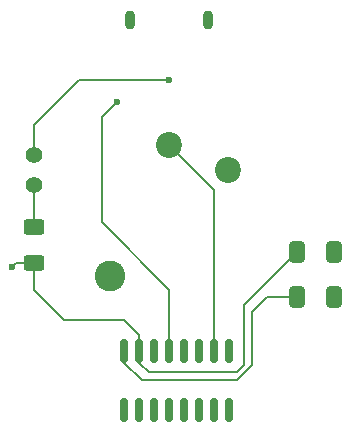
<source format=gbr>
%TF.GenerationSoftware,KiCad,Pcbnew,8.0.1*%
%TF.CreationDate,2024-11-04T22:09:11+13:00*%
%TF.ProjectId,morse_code_keyboard,6d6f7273-655f-4636-9f64-655f6b657962,rev?*%
%TF.SameCoordinates,Original*%
%TF.FileFunction,Copper,L1,Top*%
%TF.FilePolarity,Positive*%
%FSLAX46Y46*%
G04 Gerber Fmt 4.6, Leading zero omitted, Abs format (unit mm)*
G04 Created by KiCad (PCBNEW 8.0.1) date 2024-11-04 22:09:11*
%MOMM*%
%LPD*%
G01*
G04 APERTURE LIST*
G04 Aperture macros list*
%AMRoundRect*
0 Rectangle with rounded corners*
0 $1 Rounding radius*
0 $2 $3 $4 $5 $6 $7 $8 $9 X,Y pos of 4 corners*
0 Add a 4 corners polygon primitive as box body*
4,1,4,$2,$3,$4,$5,$6,$7,$8,$9,$2,$3,0*
0 Add four circle primitives for the rounded corners*
1,1,$1+$1,$2,$3*
1,1,$1+$1,$4,$5*
1,1,$1+$1,$6,$7*
1,1,$1+$1,$8,$9*
0 Add four rect primitives between the rounded corners*
20,1,$1+$1,$2,$3,$4,$5,0*
20,1,$1+$1,$4,$5,$6,$7,0*
20,1,$1+$1,$6,$7,$8,$9,0*
20,1,$1+$1,$8,$9,$2,$3,0*%
G04 Aperture macros list end*
%TA.AperFunction,ComponentPad*%
%ADD10C,2.200000*%
%TD*%
%TA.AperFunction,ComponentPad*%
%ADD11C,2.600000*%
%TD*%
%TA.AperFunction,SMDPad,CuDef*%
%ADD12RoundRect,0.150000X0.150000X-0.850000X0.150000X0.850000X-0.150000X0.850000X-0.150000X-0.850000X0*%
%TD*%
%TA.AperFunction,ComponentPad*%
%ADD13C,1.400000*%
%TD*%
%TA.AperFunction,SMDPad,CuDef*%
%ADD14RoundRect,0.250000X-0.625000X0.400000X-0.625000X-0.400000X0.625000X-0.400000X0.625000X0.400000X0*%
%TD*%
%TA.AperFunction,ComponentPad*%
%ADD15O,0.900000X1.600000*%
%TD*%
%TA.AperFunction,SMDPad,CuDef*%
%ADD16RoundRect,0.250000X-0.412500X-0.650000X0.412500X-0.650000X0.412500X0.650000X-0.412500X0.650000X0*%
%TD*%
%TA.AperFunction,ViaPad*%
%ADD17C,0.600000*%
%TD*%
%TA.AperFunction,Conductor*%
%ADD18C,0.200000*%
%TD*%
G04 APERTURE END LIST*
D10*
%TO.P,SW1,1,A*%
%TO.N,Net-(SW1A-A)*%
X140970000Y-79190000D03*
%TO.P,SW1,2,B*%
%TO.N,GND*%
X145970000Y-81290000D03*
D11*
%TO.P,SW1,*%
%TO.N,*%
X135970000Y-90240000D03*
%TD*%
D12*
%TO.P,U1,1,P3.2*%
%TO.N,unconnected-(U1-P3.2-Pad1)*%
X137160000Y-101600000D03*
%TO.P,U1,2,P1.4*%
%TO.N,unconnected-(U1-P1.4-Pad2)*%
X138430000Y-101600000D03*
%TO.P,U1,3,P1.5*%
%TO.N,unconnected-(U1-P1.5-Pad3)*%
X139700000Y-101600000D03*
%TO.P,U1,4,P1.6*%
%TO.N,unconnected-(U1-P1.6-Pad4)*%
X140970000Y-101600000D03*
%TO.P,U1,5,P1.7*%
%TO.N,unconnected-(U1-P1.7-Pad5)*%
X142240000Y-101600000D03*
%TO.P,U1,6,RST*%
%TO.N,unconnected-(U1-RST-Pad6)*%
X143510000Y-101600000D03*
%TO.P,U1,7,P3.1*%
%TO.N,unconnected-(U1-P3.1-Pad7)*%
X144780000Y-101600000D03*
%TO.P,U1,8,P3.0*%
%TO.N,unconnected-(U1-P3.0-Pad8)*%
X146050000Y-101600000D03*
%TO.P,U1,9,P1.1*%
%TO.N,unconnected-(U1-P1.1-Pad9)*%
X146050000Y-96600000D03*
%TO.P,U1,10,P3.3*%
%TO.N,Net-(SW1A-A)*%
X144780000Y-96600000D03*
%TO.P,U1,11,P3.4*%
%TO.N,unconnected-(U1-P3.4-Pad11)*%
X143510000Y-96600000D03*
%TO.P,U1,12,P3.6*%
%TO.N,udp*%
X142240000Y-96600000D03*
%TO.P,U1,13,P3.7*%
%TO.N,udm*%
X140970000Y-96600000D03*
%TO.P,U1,14,GND*%
%TO.N,GND*%
X139700000Y-96600000D03*
%TO.P,U1,15,Vcc*%
%TO.N,VCC*%
X138430000Y-96600000D03*
%TO.P,U1,16,3.3V*%
%TO.N,+3.3V*%
X137160000Y-96600000D03*
%TD*%
D13*
%TO.P,SW2,1,A*%
%TO.N,udp*%
X129540000Y-80010000D03*
%TO.P,SW2,2,B*%
%TO.N,Net-(SW2A-B)*%
X129540000Y-82550000D03*
%TD*%
D14*
%TO.P,R1,1*%
%TO.N,Net-(SW2A-B)*%
X129540000Y-86080000D03*
%TO.P,R1,2*%
%TO.N,VCC*%
X129540000Y-89180000D03*
%TD*%
D15*
%TO.P,J1,6,Shield*%
%TO.N,GND*%
X137670000Y-68580000D03*
X144270000Y-68580000D03*
%TD*%
D16*
%TO.P,C2,1*%
%TO.N,+3.3V*%
X151815000Y-92075000D03*
%TO.P,C2,2*%
%TO.N,GND*%
X154940000Y-92075000D03*
%TD*%
%TO.P,C1,1*%
%TO.N,VCC*%
X151815000Y-88265000D03*
%TO.P,C1,2*%
%TO.N,GND*%
X154940000Y-88265000D03*
%TD*%
D17*
%TO.N,VCC*%
X127635000Y-89535000D03*
%TO.N,udm*%
X136525000Y-75565000D03*
%TO.N,udp*%
X140970000Y-73660000D03*
X142240000Y-96520000D03*
%TO.N,GND*%
X154940000Y-88265000D03*
X154940000Y-92075000D03*
X139700000Y-96520000D03*
%TD*%
D18*
%TO.N,VCC*%
X127990000Y-89180000D02*
X127635000Y-89535000D01*
X129540000Y-89180000D02*
X127990000Y-89180000D01*
%TO.N,udm*%
X135255000Y-76835000D02*
X136525000Y-75565000D01*
X135255000Y-78740000D02*
X135255000Y-76835000D01*
%TO.N,udp*%
X133350000Y-73660000D02*
X140970000Y-73660000D01*
X129540000Y-77470000D02*
X133350000Y-73660000D01*
%TO.N,Net-(SW1A-A)*%
X144780000Y-83000000D02*
X144780000Y-96600000D01*
X140970000Y-79190000D02*
X144780000Y-83000000D01*
%TO.N,udm*%
X135255000Y-78740000D02*
X135255000Y-85725000D01*
X140970000Y-91440000D02*
X140970000Y-96600000D01*
X135255000Y-85725000D02*
X140970000Y-91440000D01*
%TO.N,VCC*%
X132080000Y-93980000D02*
X129540000Y-91440000D01*
X129540000Y-91440000D02*
X129540000Y-89180000D01*
X138430000Y-95250000D02*
X137160000Y-93980000D01*
X138430000Y-96600000D02*
X138430000Y-95250000D01*
X137160000Y-93980000D02*
X132080000Y-93980000D01*
%TO.N,+3.3V*%
X137160000Y-97599999D02*
X137160000Y-96600000D01*
X138620001Y-99060000D02*
X137160000Y-97599999D01*
X146685000Y-99060000D02*
X138620001Y-99060000D01*
X147955000Y-97790000D02*
X146685000Y-99060000D01*
X147955000Y-93345000D02*
X147955000Y-97790000D01*
X149225000Y-92075000D02*
X147955000Y-93345000D01*
X151815000Y-92075000D02*
X149225000Y-92075000D01*
%TO.N,VCC*%
X138430000Y-97599999D02*
X138430000Y-96600000D01*
X139255001Y-98425000D02*
X138430000Y-97599999D01*
X146685000Y-98425000D02*
X146050000Y-98425000D01*
X147320000Y-97790000D02*
X146685000Y-98425000D01*
X151815000Y-88265000D02*
X147320000Y-92760000D01*
X147320000Y-92760000D02*
X147320000Y-97790000D01*
X146050000Y-98425000D02*
X139255001Y-98425000D01*
%TO.N,+3.3V*%
X137160000Y-96229448D02*
X137160000Y-96600000D01*
%TO.N,udp*%
X129540000Y-80010000D02*
X129540000Y-77470000D01*
%TO.N,Net-(SW2A-B)*%
X129540000Y-86080000D02*
X129540000Y-82550000D01*
%TD*%
M02*

</source>
